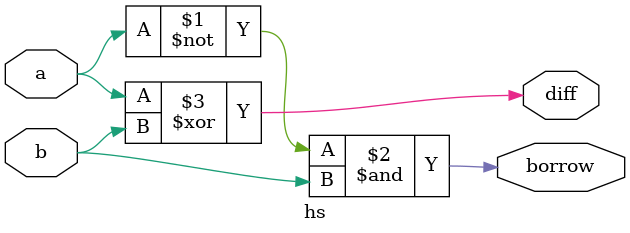
<source format=v>
module hs(a, b, diff, borrow);
input a;
input b;
output diff;
output borrow;
assign borrow=(~a)&b;                           
assign diff=a^b;                             
endmodule

</source>
